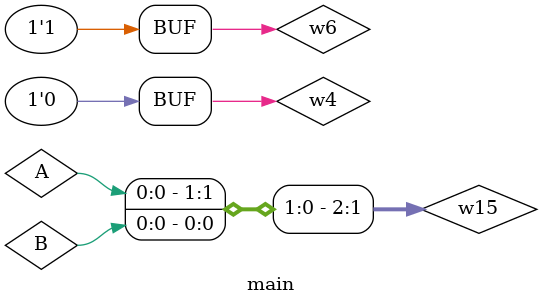
<source format=v>

`timescale 1ns/1ns

module main;    //: root_module
supply1 w6;    //: /sn:0 {0}(628,343)(346,343)(346,318){1}
//: {2}(348,316)(628,316){3}
//: {4}(346,314)(346,132){5}
reg B;    //: /sn:0 {0}(522,593)(522,496){1}
supply0 w4;    //: /sn:0 {0}(324,439)(324,325){1}
//: {2}(326,323)(628,323){3}
//: {4}(324,321)(324,305){5}
//: {6}(326,303)(628,303){7}
//: {8}(324,301)(324,296)(628,296){9}
reg A;    //: /sn:0 {0}(357,565)(357,558)(512,558)(512,496){1}
reg D;    //: /sn:0 {0}(204,310)(217,310){1}
//: {2}(221,310)(234,310){3}
//: {4}(238,310)(628,310){5}
//: {6}(236,312)(236,336)(628,336){7}
//: {8}(219,312)(219,330)(628,330){9}
reg C;    //: /sn:0 {0}(532,496)(532,557)(592,557)(592,570){1}
wire [2:0] w15;    //: /sn:0 {0}(644,343)(644,418)(522,418)(#:522,490){1}
wire w9;    //: /sn:0 {0}(657,320)(691,320)(691,279){1}
//: enddecls

  //: VDD g8 (w6) @(357,132) /sn:0 /w:[ 5 ]
  //: SWITCH g4 (C) @(592,584) /sn:0 /R:1 /w:[ 1 ] /st:1 /dn:1
  //: SWITCH g3 (B) @(522,607) /sn:0 /R:1 /w:[ 0 ] /st:0 /dn:1
  _GGMUX8 #(20, 22) g2 (.I0(w6), .I1(D), .I2(D), .I3(w4), .I4(w6), .I5(~D), .I6(w4), .I7(w4), .S(w15), .Z(w9));   //: @(644,320) /sn:0 /R:1 /w:[ 0 7 9 3 3 5 7 9 0 0 ] /ss:0 /do:0
  //: SWITCH g1 (A) @(357,579) /sn:0 /R:1 /w:[ 0 ] /st:1 /dn:1
  //: joint g10 (D) @(219, 310) /w:[ 2 -1 1 8 ]
  //: GROUND g6 (w4) @(324,445) /sn:0 /w:[ 0 ]
  //: joint g9 (w6) @(346, 316) /w:[ 2 4 -1 1 ]
  //: SWITCH g7 (D) @(187,310) /sn:0 /w:[ 0 ] /st:0 /dn:1
  //: LED g12 (w9) @(691,272) /sn:0 /w:[ 1 ] /type:0
  //: joint g11 (D) @(236, 310) /w:[ 4 -1 3 6 ]
  //: joint g5 (w4) @(324, 303) /w:[ 6 8 -1 5 ]
  assign w15 = {A, B, C}; //: CONCAT g0  @(522,491) /sn:0 /R:1 /w:[ 1 1 1 0 ] /dr:0 /tp:0 /drp:1
  //: joint g13 (w4) @(324, 323) /w:[ 2 4 -1 1 ]

endmodule
//: /netlistEnd


</source>
